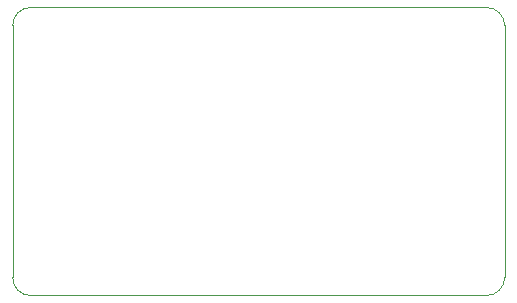
<source format=gbr>
G04 #@! TF.GenerationSoftware,KiCad,Pcbnew,(5.1.4)-1*
G04 #@! TF.CreationDate,2019-11-27T05:32:18-05:00*
G04 #@! TF.ProjectId,Rotary Encoder Breakout Board,526f7461-7279-4204-956e-636f64657220,rev?*
G04 #@! TF.SameCoordinates,Original*
G04 #@! TF.FileFunction,Profile,NP*
%FSLAX46Y46*%
G04 Gerber Fmt 4.6, Leading zero omitted, Abs format (unit mm)*
G04 Created by KiCad (PCBNEW (5.1.4)-1) date 2019-11-27 05:32:18*
%MOMM*%
%LPD*%
G04 APERTURE LIST*
%ADD10C,0.050000*%
G04 APERTURE END LIST*
D10*
X151384000Y-105664000D02*
G75*
G02X149860000Y-107188000I-1524000J0D01*
G01*
X111252000Y-107188000D02*
G75*
G02X109728000Y-105664000I0J1524000D01*
G01*
X149860000Y-82804000D02*
G75*
G02X151384000Y-84328000I0J-1524000D01*
G01*
X109728000Y-84328000D02*
G75*
G02X111252000Y-82804000I1524000J0D01*
G01*
X109728000Y-105664000D02*
X109728000Y-84328000D01*
X149860000Y-107188000D02*
X111252000Y-107188000D01*
X151384000Y-84328000D02*
X151384000Y-105664000D01*
X111252000Y-82804000D02*
X149860000Y-82804000D01*
M02*

</source>
